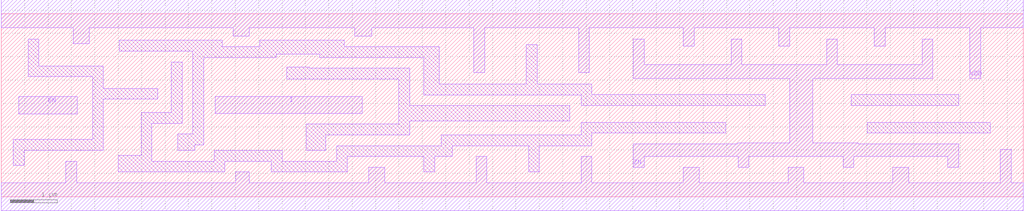
<source format=lef>
# Copyright 2022 GlobalFoundries PDK Authors
#
# Licensed under the Apache License, Version 2.0 (the "License");
# you may not use this file except in compliance with the License.
# You may obtain a copy of the License at
#
#      http://www.apache.org/licenses/LICENSE-2.0
#
# Unless required by applicable law or agreed to in writing, software
# distributed under the License is distributed on an "AS IS" BASIS,
# WITHOUT WARRANTIES OR CONDITIONS OF ANY KIND, either express or implied.
# See the License for the specific language governing permissions and
# limitations under the License.

MACRO gf180mcu_fd_sc_mcu7t5v0__invz_8
  CLASS core ;
  FOREIGN gf180mcu_fd_sc_mcu7t5v0__invz_8 0.0 0.0 ;
  ORIGIN 0 0 ;
  SYMMETRY X Y ;
  SITE GF018hv5v_mcu_sc7 ;
  SIZE 21.84 BY 3.92 ;
  PIN EN
    DIRECTION INPUT ;
    ANTENNAGATEAREA 2.079 ;
    PORT
      LAYER METAL1 ;
        POLYGON 0.37 1.77 1.625 1.77 1.625 2.15 0.37 2.15  ;
    END
  END EN
  PIN I
    DIRECTION INPUT ;
    ANTENNAGATEAREA 2.073 ;
    PORT
      LAYER METAL1 ;
        POLYGON 4.57 1.785 7.72 1.785 7.72 2.15 4.57 2.15  ;
    END
  END I
  PIN ZN
    DIRECTION OUTPUT ;
    ANTENNADIFFAREA 4.2676 ;
    PORT
      LAYER METAL1 ;
        POLYGON 13.505 2.53 16.325 2.53 16.85 2.53 16.85 1.155 15.74 1.155 15.74 1.135 13.51 1.135 13.51 0.63 13.74 0.63 13.74 0.865 15.75 0.865 15.75 0.635 15.98 0.635 15.98 0.865 17.99 0.865 17.99 0.635 18.22 0.635 18.22 0.865 20.23 0.865 20.23 0.635 20.46 0.635 20.46 1.135 18.315 1.135 18.315 1.155 17.34 1.155 17.34 2.53 19.91 2.53 19.91 3.38 19.68 3.38 19.68 2.83 17.87 2.83 17.87 3.38 17.64 3.38 17.64 2.83 16.325 2.83 15.83 2.83 15.83 3.38 15.6 3.38 15.6 2.83 13.745 2.83 13.745 3.38 13.505 3.38  ;
    END
  END ZN
  PIN VDD
    DIRECTION INOUT ;
    USE power ;
    SHAPE ABUTMENT ;
    PORT
      LAYER METAL1 ;
        POLYGON 0 3.62 1.535 3.62 1.535 3.285 1.88 3.285 1.88 3.62 4.955 3.62 4.955 3.445 5.295 3.445 5.295 3.62 7.555 3.62 7.555 3.445 7.915 3.445 7.915 3.62 10.1 3.62 10.1 2.665 10.33 2.665 10.33 3.62 12.34 3.62 12.34 2.665 12.57 2.665 12.57 3.62 14.58 3.62 14.58 3.23 14.81 3.23 14.81 3.62 16.325 3.62 16.62 3.62 16.62 3.23 16.85 3.23 16.85 3.62 18.66 3.62 18.66 3.23 18.89 3.23 18.89 3.62 20.46 3.62 20.7 3.62 20.7 2.53 20.93 2.53 20.93 3.62 21.14 3.62 21.84 3.62 21.84 4.22 21.14 4.22 20.46 4.22 16.325 4.22 0 4.22  ;
    END
  END VDD
  PIN VSS
    DIRECTION INOUT ;
    USE ground ;
    SHAPE ABUTMENT ;
    PORT
      LAYER METAL1 ;
        POLYGON 0 -0.3 21.84 -0.3 21.84 0.3 21.58 0.3 21.58 1.015 21.35 1.015 21.35 0.3 19.395 0.3 19.395 0.635 19.055 0.635 19.055 0.3 17.155 0.3 17.155 0.635 16.815 0.635 16.815 0.3 14.915 0.3 14.915 0.635 14.575 0.635 14.575 0.3 12.62 0.3 12.62 0.865 12.39 0.865 12.39 0.3 10.38 0.3 10.38 0.865 10.15 0.865 10.15 0.3 8.195 0.3 8.195 0.635 7.855 0.635 7.855 0.3 5.295 0.3 5.295 0.53 5.01 0.53 5.01 0.3 1.61 0.3 1.61 0.76 1.38 0.76 1.38 0.3 0 0.3  ;
    END
  END VSS
  OBS
      LAYER METAL1 ;
        POLYGON 0.575 2.57 1.955 2.57 1.955 1.225 0.26 1.225 0.26 0.675 0.49 0.675 0.49 0.99 2.185 0.99 2.185 2.09 3.345 2.09 3.345 2.32 2.185 2.32 2.185 2.8 0.805 2.8 0.805 3.38 0.575 3.38  ;
        POLYGON 6.105 2.525 8.5 2.525 8.5 1.555 6.515 1.555 6.515 0.99 6.935 0.99 6.935 1.325 8.73 1.325 8.73 1.625 12.145 1.625 12.145 1.955 8.73 1.955 8.73 2.755 6.58 2.755 6.58 2.78 6.105 2.78  ;
        POLYGON 2.5 0.53 4.78 0.53 4.78 0.76 5.77 0.76 5.77 0.53 7.395 0.53 7.395 0.865 9.03 0.865 9.03 0.53 9.26 0.53 9.26 0.865 9.635 0.865 9.635 1.095 11.27 1.095 11.27 0.53 11.5 0.53 11.5 1.095 12.62 1.095 12.62 1.365 15.48 1.365 15.48 1.595 12.39 1.595 12.39 1.325 9.405 1.325 9.405 1.095 7.165 1.095 7.165 0.76 6 0.76 6 0.99 4.55 0.99 4.55 0.76 3.22 0.76 3.22 1.575 3.865 1.575 3.865 2.89 3.635 2.89 3.635 1.805 2.99 1.805 2.99 0.885 2.5 0.885  ;
        POLYGON 2.52 3.125 4.095 3.125 4.095 1.345 3.775 1.345 3.775 0.99 4.135 0.99 4.135 1.115 4.325 1.115 4.325 2.985 5.875 2.985 5.875 3.055 6.81 3.055 6.81 2.985 9.025 2.985 9.025 2.185 12.39 2.185 12.39 1.96 16.325 1.96 16.325 2.195 12.62 2.195 12.62 2.415 11.45 2.415 11.45 3.26 11.22 3.26 11.22 2.415 9.365 2.415 9.365 3.215 7.325 3.215 7.325 3.355 5.525 3.355 5.525 3.215 4.725 3.215 4.725 3.355 2.52 3.355  ;
        POLYGON 18.165 1.96 20.46 1.96 20.46 2.195 18.165 2.195  ;
        POLYGON 18.505 1.365 21.14 1.365 21.14 1.595 18.505 1.595  ;
  END
END gf180mcu_fd_sc_mcu7t5v0__invz_8

</source>
